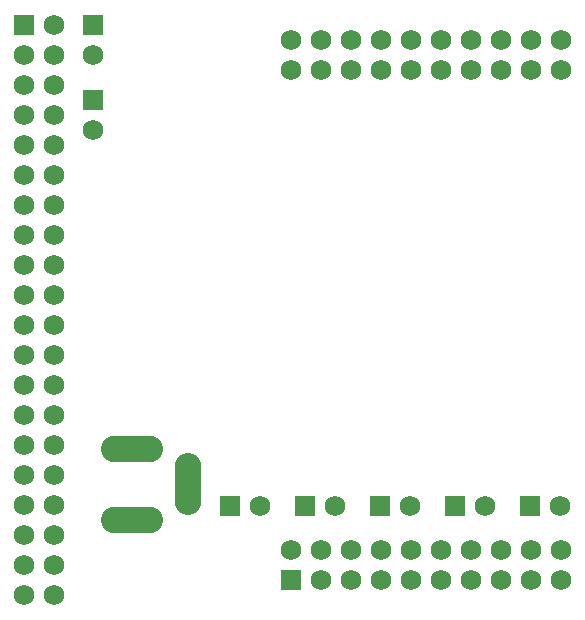
<source format=gbs>
G04*
G04 #@! TF.GenerationSoftware,Altium Limited,Altium Designer,19.0.15 (446)*
G04*
G04 Layer_Color=16711935*
%FSLAX25Y25*%
%MOIN*%
G70*
G01*
G75*
%ADD28R,0.06906X0.06906*%
%ADD29C,0.06906*%
%ADD30O,0.20685X0.08874*%
%ADD31O,0.08874X0.20685*%
%ADD32R,0.06906X0.06906*%
D28*
X137000Y410000D02*
D03*
X160000Y385000D02*
D03*
Y410000D02*
D03*
X225740Y224961D02*
D03*
D29*
X147000Y410000D02*
D03*
X137000Y400000D02*
D03*
X147000D02*
D03*
X137000Y390000D02*
D03*
X147000D02*
D03*
X137000Y380000D02*
D03*
X147000D02*
D03*
X137000Y370000D02*
D03*
X147000D02*
D03*
X137000Y360000D02*
D03*
X147000D02*
D03*
X137000Y350000D02*
D03*
X147000D02*
D03*
X137000Y340000D02*
D03*
X147000D02*
D03*
X137000Y330000D02*
D03*
X147000D02*
D03*
X137000Y320000D02*
D03*
X147000D02*
D03*
X137000Y310000D02*
D03*
X147000D02*
D03*
X137000Y300000D02*
D03*
X147000D02*
D03*
X137000Y290000D02*
D03*
X147000D02*
D03*
X137000Y280000D02*
D03*
X147000D02*
D03*
X137000Y270000D02*
D03*
X147000D02*
D03*
X137000Y260000D02*
D03*
X147000D02*
D03*
X137000Y250000D02*
D03*
X147000D02*
D03*
X137000Y240000D02*
D03*
X147000D02*
D03*
X137000Y230000D02*
D03*
X147000D02*
D03*
X137000Y220000D02*
D03*
X147000D02*
D03*
X160000Y375000D02*
D03*
Y400000D02*
D03*
X225740Y404961D02*
D03*
Y394961D02*
D03*
Y234961D02*
D03*
X255740Y404961D02*
D03*
Y394961D02*
D03*
Y234961D02*
D03*
Y224961D02*
D03*
X265740D02*
D03*
Y234961D02*
D03*
Y394961D02*
D03*
Y404961D02*
D03*
X245740D02*
D03*
Y394961D02*
D03*
Y234961D02*
D03*
Y224961D02*
D03*
X235740D02*
D03*
Y234961D02*
D03*
Y394961D02*
D03*
Y404961D02*
D03*
X295740D02*
D03*
Y394961D02*
D03*
Y234961D02*
D03*
Y224961D02*
D03*
X305740D02*
D03*
Y234961D02*
D03*
Y394961D02*
D03*
Y404961D02*
D03*
X285740D02*
D03*
Y394961D02*
D03*
Y234961D02*
D03*
Y224961D02*
D03*
X275740D02*
D03*
Y234961D02*
D03*
Y394961D02*
D03*
Y404961D02*
D03*
X315740Y224961D02*
D03*
Y234961D02*
D03*
Y394961D02*
D03*
Y404961D02*
D03*
X315441Y249724D02*
D03*
X290441D02*
D03*
X265441D02*
D03*
X240441D02*
D03*
X215441D02*
D03*
D30*
X173000Y245000D02*
D03*
Y268622D02*
D03*
D31*
X191504Y256811D02*
D03*
D32*
X305441Y249724D02*
D03*
X280441D02*
D03*
X255441D02*
D03*
X230441D02*
D03*
X205441D02*
D03*
M02*

</source>
